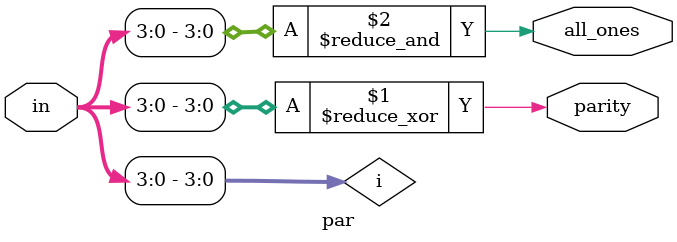
<source format=sv>
module par(in, parity, all_ones);
input [7:0] in;
output parity, all_ones;
typedef struct packed{
logic x1;
logic x2;
logic x3;
logic x4;
}in_field;
in_field i;
assign i = in;
assign parity = ^i;
assign all_ones = &i;
endmodule
</source>
